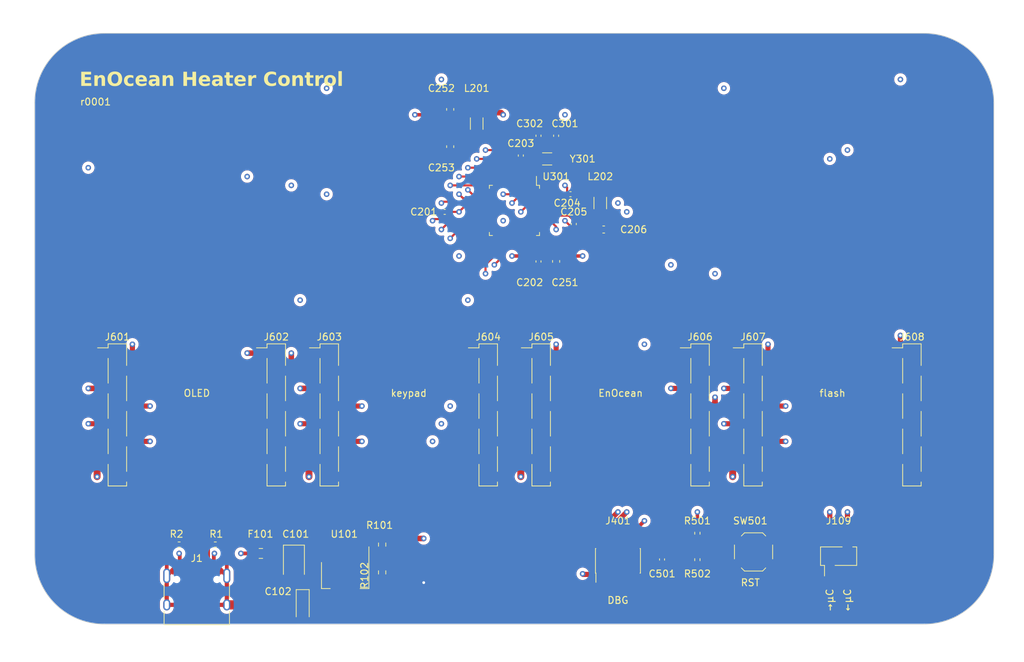
<source format=kicad_pcb>
(kicad_pcb (version 20221018) (generator pcbnew)
  (layers (0 "F.Cu" power "F.Cu.Gnd") (1 "In1.Cu" mixed "In1.Cu.SigPwr") (2 "In2.Cu" mixed "In2.Cu.SigPwr") (31 "B.Cu" power "B.Cu.Gnd") (34 "B.Paste" user) (35 "F.Paste" user) (36 "B.SilkS" user "B.Silkscreen") (37 "F.SilkS" user "F.Silkscreen") (38 "B.Mask" user) (39 "F.Mask" user) (44 "Edge.Cuts" user))
  (net 0 "")
  (net 1 "Net-(U101-VI)")
  (net 2 "/Power Supply/GND_{USB}")
  (net 3 "/Microcontroller/VDDIO1")
  (net 4 "/Microcontroller/VDDIO2")
  (net 5 "/Microcontroller/VDDANA")
  (net 6 "/Microcontroller/VDDIN")
  (net 7 "/Microcontroller/VDDCORE")
  (net 8 "/Microcontroller/GNDANA")
  (net 9 "/Microcontroller/Clock/MCUXIN")
  (net 10 "/Microcontroller/Clock/MCUXOUT")
  (net 11 "/~{RST}")
  (net 12 "/Power Supply/V_{USB}")
  (net 13 "Net-(J1-CC1)")
  (net 17 "Net-(J1-CC2)")
  (net 21 "/Microcontroller/DBG_UART_MCURX")
  (net 22 "/Microcontroller/DBG_UART_MCUTX")
  (net 23 "/Microcontroller/Debug/SWDIO")
  (net 24 "/Microcontroller/Debug/SWCLK")
  (net 29 "/GND")
  (net 30 "/OLED_~{CS}")
  (net 31 "/SCK")
  (net 32 "/CIPO")
  (net 33 "/COPI")
  (net 34 "/+3.3V")
  (net 35 "/OLED_D_~{C}")
  (net 36 "/OLED_EN")
  (net 44 "/KPAD_~{CS}")
  (net 59 "/ENO_P2C")
  (net 60 "/ENO_C2P")
  (net 65 "/FLASH_~{CS}")
  (net 66 "/FLASH_~{WP}")
  (net 73 "/Microcontroller/VSW")
  (net 74 "Net-(U101-ADJ)")
  (net 75 "Net-(R502-Pad2)")
  (footprint "Connector_PinHeader_1.27mm:PinHeader_2x05_P1.27mm_Vertical_SMD" (layer "F.Cu") (at 168.91 109.9 90)
    (fp_text reference "J401")
    (fp_text value "DBG")
  )
  (footprint "Capacitor_SMD:C_0402_1005Metric" (layer "F.Cu") (at 157.48 66.83 -90)
    (fp_text reference "C202")
    (fp_text value "100nF" hide)
  )
  (footprint "NetTie:NetTie-2_SMD_Pad0.5mm" (layer "F.Cu") (at 166.87 64.77)
    (fp_text reference "NT204" hide)
    (fp_text value "NetTie_2" hide)
  )
  (footprint "Resistor_SMD:R_0402_1005Metric" (layer "F.Cu") (at 180.34 109.73 -90)
    (fp_text reference "R502")
    (fp_text value "330Ω" hide)
  )
  (footprint "Inductor_SMD:L_1206_3216Metric" (layer "F.Cu") (at 166.37 58.42 90)
    (fp_text reference "L202")
    (fp_text value "10µH" hide)
  )
  (footprint "Crystal:Crystal_SMD_3215-2Pin_3.2x1.5mm" (layer "F.Cu") (at 158.73 52.07 180)
    (fp_text reference "Y301")
    (fp_text value "32768Hz" hide)
  )
  (footprint "Connector_PinHeader_2.54mm:PinHeader_1x08_P2.54mm_Vertical_SMD_Pin1Left" (layer "F.Cu") (at 180.725 88.9)
    (fp_text reference "J606")
    (fp_text value "Conn_01x08")
  )
  (footprint "Button_Switch_SMD_Custom:SW_Push_1P1T_XKB_TS-1187A" (layer "F.Cu") (at 188.42 108.615)
    (fp_text reference "SW501")
    (fp_text value "RST")
  )
  (footprint "NetTie:NetTie-2_SMD_Pad0.5mm" (layer "F.Cu") (at 155.44 66.04 180)
    (fp_text reference "NT202" hide)
    (fp_text value "NetTie_2" hide)
  )
  (footprint "Capacitor_SMD:C_0603_1608Metric" (layer "F.Cu") (at 160.02 66.815 -90)
    (fp_text reference "C251")
    (fp_text value "10µF" hide)
  )
  (footprint "Connector_PinHeader_2.54mm:PinHeader_1x08_P2.54mm_Vertical_SMD_Pin1Left" (layer "F.Cu") (at 96.9 88.9)
    (fp_text reference "J601")
    (fp_text value "Conn_01x08")
  )
  (footprint "Resistor_SMD:R_0402_1005Metric" (layer "F.Cu") (at 105.78 107.56 180)
    (fp_text reference "R2")
    (fp_text value "5.1kΩ" hide)
  )
  (footprint "Capacitor_SMD:C_0402_1005Metric" (layer "F.Cu") (at 154.94 51.59 90)
    (fp_text reference "C203")
    (fp_text value "100nF" hide)
  )
  (footprint "Capacitor_SMD:C_0603_1608Metric" (layer "F.Cu") (at 144.78 44.945 90)
    (fp_text reference "C252")
    (fp_text value "10µF" hide)
  )
  (footprint "Connector_PinHeader_2.54mm:PinHeader_1x08_P2.54mm_Vertical_SMD_Pin1Left" (layer "F.Cu") (at 127.385 88.9)
    (fp_text reference "J603")
    (fp_text value "Conn_01x08")
  )
  (footprint "NetTie:NetTie-2_SMD_Pad0.5mm" (layer "F.Cu") (at 141.74 45.72 180)
    (fp_text reference "NT203" hide)
    (fp_text value "NetTie_2" hide)
  )
  (footprint "Fuse:Fuse_0805_2012Metric" (layer "F.Cu") (at 117.5425 108.83)
    (fp_text reference "F101")
    (fp_text value "500mA" hide)
  )
  (footprint "Capacitor_SMD:C_0402_1005Metric" (layer "F.Cu") (at 162.08 57.15)
    (fp_text reference "C204")
    (fp_text value "100nF" hide)
  )
  (footprint "Capacitor_SMD:C_0402_1005Metric" (layer "F.Cu") (at 157.48 48.74 -90)
    (fp_text reference "C302")
    (fp_text value "22pF" hide)
  )
  (footprint "NetTie:NetTie-2_SMD_Pad0.5mm" (layer "F.Cu") (at 138.165 112.64)
    (fp_text reference "NT101" hide)
    (fp_text value "NetTie_2" hide)
  )
  (footprint "Capacitor_SMD:C_0402_1005Metric" (layer "F.Cu") (at 143.99 59.69 180)
    (fp_text reference "C201")
    (fp_text value "100nF" hide)
  )
  (footprint "Resistor_SMD:R_0603_1608Metric" (layer "F.Cu") (at 134.99 107.56 -90)
    (fp_text reference "R101")
    (fp_text value "330Ω" hide)
  )
  (footprint "Connector_PinHeader_2.54mm:PinHeader_1x02_P2.54mm_Vertical_SMD_Pin1Left" (layer "F.Cu") (at 200.66 109.22 90)
    (fp_text reference "J109")
    (fp_text value "DBG_UART" hide)
  )
  (footprint "Capacitor_SMD:C_0402_1005Metric" (layer "F.Cu") (at 175.26 109.7 90)
    (fp_text reference "C501")
    (fp_text value "100nF" hide)
  )
  (footprint "Connector_PinHeader_2.54mm:PinHeader_1x08_P2.54mm_Vertical_SMD_Pin1Left" (layer "F.Cu") (at 119.76 88.9)
    (fp_text reference "J602")
    (fp_text value "Conn_01x08")
  )
  (footprint "Capacitor_Tantalum_SMD:CP_EIA-3528-21_Kemet-B" (layer "F.Cu") (at 122.29 110.1 -90)
    (fp_text reference "C101")
    (fp_text value "100µF" hide)
  )
  (footprint "Inductor_SMD:L_1206_3216Metric" (layer "F.Cu") (at 148.59 46.99 -90)
    (fp_text reference "L201")
    (fp_text value "10µH" hide)
  )
  (footprint "Capacitor_SMD:C_0603_1608Metric" (layer "F.Cu") (at 144.78 50.305 -90)
    (fp_text reference "C253")
    (fp_text value "10µF" hide)
  )
  (footprint "Capacitor_Tantalum_SMD:CP_EIA-3216-18_Kemet-A" (layer "F.Cu") (at 123.56 116.35 -90)
    (fp_text reference "C102")
    (fp_text value "10µF" hide)
  )
  (footprint "Resistor_SMD:R_0402_1005Metric" (layer "F.Cu") (at 180.34 105.92 90)
    (fp_text reference "R501")
    (fp_text value "2.2kΩ" hide)
  )
  (footprint "Connector_USB:USB_C_Receptacle_HRO_TYPE-C-31-M-12" (layer "F.Cu") (at 108.32 115.18)
    (fp_text reference "J1")
    (fp_text value "USB_C_Receptacle_PowerOnly_6P" hide)
  )
  (footprint "Capacitor_SMD:C_0402_1005Metric" (layer "F.Cu") (at 160.02 48.74 90)
    (fp_text reference "C301")
    (fp_text value "22pF" hide)
  )
  (footprint "Resistor_SMD:R_0603_1608Metric" (layer "F.Cu") (at 134.99 111.56 -90)
    (fp_text reference "R102")
    (fp_text value "560Ω" hide)
  )
  (footprint "Capacitor_SMD:C_0603_1608Metric" (layer "F.Cu") (at 166.865 62.23)
    (fp_text reference "C206")
    (fp_text value "1µF" hide)
  )
  (footprint "Connector_PinHeader_2.54mm:PinHeader_1x08_P2.54mm_Vertical_SMD_Pin1Left" (layer "F.Cu") (at 150.245 88.9)
    (fp_text reference "J604")
    (fp_text value "Conn_01x08")
  )
  (footprint "Connector_PinHeader_2.54mm:PinHeader_1x08_P2.54mm_Vertical_SMD_Pin1Left" (layer "F.Cu") (at 211.205 88.9)
    (fp_text reference "J608")
    (fp_text value "Conn_01x08")
  )
  (footprint "Connector_PinHeader_2.54mm:PinHeader_1x08_P2.54mm_Vertical_SMD_Pin1Left" (layer "F.Cu") (at 157.865 88.9)
    (fp_text reference "J605")
    (fp_text value "Conn_01x08")
  )
  (footprint "Package_TO_SOT_SMD:SOT-223-3_TabPin2" (layer "F.Cu") (at 129.67 111.98 -90)
    (fp_text reference "U101")
    (fp_text value "LM317AEMP" hide)
  )
  (footprint "Package_QFP:TQFP-48_7x7mm_P0.5mm" (layer "F.Cu") (at 154.0225 59.48 -90)
    (fp_text reference "U301")
    (fp_text value "ATSAML21G18B-AUT" hide)
  )
  (footprint "Capacitor_SMD:C_0402_1005Metric" (layer "F.Cu") (at 162.56 61.44 -90)
    (fp_text reference "C205")
    (fp_text value "100nF" hide)
  )
  (footprint "Connector_PinHeader_2.54mm:PinHeader_1x08_P2.54mm_Vertical_SMD_Pin1Left" (layer "F.Cu") (at 188.345 88.9)
    (fp_text reference "J607")
    (fp_text value "Conn_01x08")
  )
  (footprint "Resistor_SMD:R_0402_1005Metric" (layer "F.Cu") (at 110.985 107.56)
    (fp_text reference "R1")
    (fp_text value "5.1kΩ" hide)
  )
  (footprint "NetTie:NetTie-2_SMD_Pad0.5mm" (layer "F.Cu") (at 161.79 66.04)
    (fp_text reference "NT201" hide)
    (fp_text value "NetTie_2" hide)
  )
  (gr_arc (start 213 34.000002) (mid 220.071067 36.928934) (end 223 44.000002) (stroke (width 0.1)) (layer "Edge.Cuts"))
  (gr_arc (start 85.000002 44) (mid 87.928934 36.928933) (end 95.000002 34) (stroke (width 0.1)) (layer "Edge.Cuts"))
  (gr_arc (start 95 119) (mid 87.928933 116.071068) (end 85 109) (stroke (width 0.1)) (layer "Edge.Cuts"))
  (gr_arc (start 223 109) (mid 220.071068 116.071067) (end 213 119) (stroke (width 0.1)) (layer "Edge.Cuts"))
  (gr_line (start 85.000002 44) (end 85 109) (stroke (width 0.1)) (layer "Edge.Cuts"))
  (gr_line (start 95.000002 34) (end 213 34.000002) (stroke (width 0.1)) (layer "Edge.Cuts"))
  (gr_line (start 223 44.000002) (end 222.999998 109.000002) (stroke (width 0.1)) (layer "Edge.Cuts"))
  (gr_line (start 213 119) (end 95 119) (stroke (width 0.1)) (layer "Edge.Cuts"))
  (gr_text "←µC" (at 201.93 115.57 90) (layer "F.SilkS") (effects (font (size 1 1))))
  (gr_text "EnOcean" (at 169.295 86.36) (layer "F.SilkS") (effects (font (size 1 1)) (justify bottom)))
  (gr_text "keypad" (at 138.815 86.36) (layer "F.SilkS") (effects (font (size 1 1)) (justify bottom)))
  (gr_text "OLED" (at 108.33 86.36) (layer "F.SilkS") (effects (font (size 1 1)) (justify bottom)))
  (gr_text "→µC" (at 199.39 115.57 90) (layer "F.SilkS") (effects (font (size 1 1))))
  (gr_text "flash" (at 199.775 86.36) (layer "F.SilkS") (effects (font (size 1 1)) (justify bottom)))
  (gr_text "EnOcean Heater Control" (at 91.44 41.91) (layer "F.SilkS") (effects (font (size 2 2) (thickness 0.2) bold) (justify left bottom)))
  (gr_text "r0001" (at 91.44 44.45) (layer "F.SilkS") (effects (font (size 1 1)) (justify left bottom)))
  (segment (start 122.29 108.5625) (end 118.7475 108.5625) (width 0.975) (layer "F.Cu") (net 1))
  (segment (start 122.29 108.5625) (end 127.1025 108.5625) (width 0.975) (layer "F.Cu") (net 1))
  (segment (start 127.1025 108.5625) (end 127.37 108.83) (width 0.975) (layer "F.Cu") (net 1))
  (segment (start 118.7475 108.5625) (end 118.48 108.83) (width 0.975) (layer "F.Cu") (net 1))
  (segment (start 111.725 111.135) (end 112.64 112.05) (width 0.6) (layer "F.Cu") (net 2))
  (segment (start 104 112.05) (end 104 116.23) (width 0.6) (layer "F.Cu") (net 2))
  (segment (start 105.07 111.135) (end 104.915 111.135) (width 0.6) (layer "F.Cu") (net 2))
  (segment (start 112.64 116.23) (end 112.64 112.05) (width 0.6) (layer "F.Cu") (net 2))
  (segment (start 123.24 117.7) (end 123.56 117.7) (width 1.325) (layer "F.Cu") (net 2))
  (segment (start 121.77 116.23) (end 112.64 116.23) (width 1.325) (layer "F.Cu") (net 2))
  (segment (start 123.56 117.7) (end 123.56 117.56) (width 1.325) (layer "F.Cu") (net 2))
  (segment (start 121.77 116.23) (end 123.24 117.7) (width 1.325) (layer "F.Cu") (net 2))
  (segment (start 133.76 117.7) (end 134.99 116.47) (width 0.8) (layer "F.Cu") (net 2))
  (segment (start 104 116.23) (end 112.64 116.23) (width 0.6) (layer "F.Cu") (net 2))
  (segment (start 135.245 112.64) (end 134.99 112.385) (width 0.5) (layer "F.Cu") (net 2))
  (segment (start 112.64 108.705) (end 112.64 112.05) (width 0.54) (layer "F.Cu") (net 2))
  (segment (start 121.77 112.1575) (end 121.77 116.23) (width 1.325) (layer "F.Cu") (net 2))
  (segment (start 123.56 117.7) (end 133.76 117.7) (width 0.8) (layer "F.Cu") (net 2))
  (segment (start 105.27 107.56) (end 104 108.83) (width 0.54) (layer "F.Cu") (net 2))
  (segment (start 111.495 107.56) (end 112.64 108.705) (width 0.54) (layer "F.Cu") (net 2))
  (segment (start 134.99 116.47) (end 134.99 112.385) (width 0.8) (layer "F.Cu") (net 2))
  (segment (start 122.29 111.6375) (end 121.77 112.1575) (width 1.325) (layer "F.Cu") (net 2))
  (segment (start 104 108.83) (end 104 112.05) (width 0.54) (layer "F.Cu") (net 2))
  (segment (start 137.665 112.64) (end 135.245 112.64) (width 0.5) (layer "F.Cu") (net 2))
  (segment (start 111.57 111.135) (end 111.725 111.135) (width 0.6) (layer "F.Cu") (net 2))
  (segment (start 104.915 111.135) (end 104 112.05) (width 0.6) (layer "F.Cu") (net 2))
  (segment (start 144.47 59.69) (end 146.05 59.69) (width 0.3) (layer "F.Cu") (net 3))
  (segment (start 154.94 66.04) (end 153.67 66.04) (width 0.5) (layer "F.Cu") (net 3))
  (segment (start 149.86 58.73) (end 147.01 58.73) (width 0.3) (layer "F.Cu") (net 3))
  (segment (start 147.01 58.73) (end 146.05 59.69) (width 0.3) (layer "F.Cu") (net 3))
  (via (at 146.05 59.69) (size 0.8) (drill 0.4) (layers "F.Cu" "B.Cu") (net 3))
  (via (at 146.05 66.04) (size 0.8) (drill 0.4) (layers "F.Cu" "B.Cu") (net 3))
  (via (at 153.67 66.04) (size 0.8) (drill 0.4) (layers "F.Cu" "B.Cu") (net 3))
  (segment (start 156.7725 65.6425) (end 156.7725 63.6425) (width 0.3) (layer "F.Cu") (net 4))
  (segment (start 155.94 66.04) (end 156.375 66.04) (width 0.3) (layer "F.Cu") (net 4))
  (segment (start 161.29 66.04) (end 160.02 66.04) (width 0.5) (layer "F.Cu") (net 4))
  (segment (start 156.375 66.04) (end 156.7725 65.6425) (width 0.3) (layer "F.Cu") (net 4))
  (segment (start 159.71 66.35) (end 157.48 66.35) (width 0.54) (layer "F.Cu") (net 4))
  (segment (start 160.02 66.04) (end 159.71 66.35) (width 0.54) (layer "F.Cu") (net 4))
  (segment (start 157.48 66.35) (end 156.7725 65.6425) (width 0.3) (layer "F.Cu") (net 4))
  (segment (start 145.745 48.565) (end 144.78 49.53) (width 0.74) (layer "F.Cu") (net 5))
  (segment (start 150.1 48.565) (end 148.59 48.565) (width 0.3) (layer "F.Cu") (net 5))
  (segment (start 154.2725 55.3175) (end 154.2725 52.7375) (width 0.3) (layer "F.Cu") (net 5))
  (segment (start 154.2725 52.7375) (end 154.94 52.07) (width 0.3) (layer "F.Cu") (net 5))
  (segment (start 154.2725 52.7375) (end 150.1 48.565) (width 0.3) (layer "F.Cu") (net 5))
  (segment (start 148.59 48.565) (end 145.745 48.565) (width 0.74) (layer "F.Cu") (net 5))
  (segment (start 148.59 45.415) (end 145.085 45.415) (width 0.8) (layer "F.Cu") (net 6))
  (segment (start 161.29 55.88) (end 161.6 56.19) (width 0.3) (layer "F.Cu") (net 6))
  (segment (start 145.085 45.415) (end 144.78 45.72) (width 0.8) (layer "F.Cu") (net 6))
  (segment (start 142.24 45.72) (end 144.78 45.72) (width 0.5) (layer "F.Cu") (net 6))
  (segment (start 161.6 56.19) (end 161.6 58.42) (width 0.3) (layer "F.Cu") (net 6))
  (segment (start 161.29 58.73) (end 158.185 58.73) (width 0.3) (layer "F.Cu") (net 6))
  (segment (start 152.095 45.415) (end 152.4 45.72) (width 0.8) (layer "F.Cu") (net 6))
  (segment (start 161.6 58.42) (end 161.29 58.73) (width 0.3) (layer "F.Cu") (net 6))
  (segment (start 148.59 45.415) (end 152.095 45.415) (width 0.8) (layer "F.Cu") (net 6))
  (via (at 161.29 45.72) (size 0.8) (drill 0.4) (layers "F.Cu" "B.Cu") (net 6))
  (via (at 152.4 45.72) (size 0.8) (drill 0.4) (layers "F.Cu" "B.Cu") (net 6))
  (via (at 161.29 55.88) (size 0.8) (drill 0.4) (layers "F.Cu" "B.Cu") (net 6))
  (segment (start 161.83 60.23) (end 158.185 60.23) (width 0.3) (layer "F.Cu") (net 7))
  (segment (start 166.135 60.23) (end 161.83 60.23) (width 0.3) (layer "F.Cu") (net 7))
  (segment (start 162.56 60.96) (end 163.83 62.23) (width 0.3) (layer "F.Cu") (net 7))
  (segment (start 163.83 62.23) (end 166.09 62.23) (width 0.3) (layer "F.Cu") (net 7))
  (segment (start 162.56 60.96) (end 161.83 60.23) (width 0.3) (layer "F.Cu") (net 7))
  (segment (start 161.29 60.96) (end 162.25 61.92) (width 0.3) (layer "F.Cu") (net 8))
  (segment (start 152.4 57.15) (end 153.67 57.15) (width 0.3) (layer "F.Cu") (net 8))
  (segment (start 162.56 61.92) (end 165.41 64.77) (width 0.5) (layer "F.Cu") (net 8))
  (segment (start 153.67 57.15) (end 154.7725 56.0475) (width 0.3) (layer "F.Cu") (net 8))
  (segment (start 162.25 61.92) (end 162.56 61.92) (width 0.3) (layer "F.Cu") (net 8))
  (segment (start 154.7725 56.0475) (end 154.7725 55.3175) (width 0.3) (layer "F.Cu") (net 8))
  (segment (start 165.41 64.77) (end 166.37 64.77) (width 0.5) (layer "F.Cu") (net 8))
  (via (at 152.4 57.15) (size 0.8) (drill 0.4) (layers "F.Cu" "B.Cu") (net 8))
  (via (at 161.29 60.96) (size 0.8) (drill 0.4) (layers "F.Cu" "B.Cu") (net 8))
  (via (at 152.4 60.96) (size 0.8) (drill 0.4) (layers "F.Cu" "B.Cu") (net 8))
  (segment (start 159.98 52.07) (end 159.98 49.26) (width 0.54) (layer "F.Cu") (net 9))
  (segment (start 159.98 52.11) (end 159.98 52.07) (width 0.3) (layer "F.Cu") (net 9))
  (segment (start 156.7725 55.3175) (end 159.98 52.11) (width 0.3) (layer "F.Cu") (net 9))
  (segment (start 156.2725 55.3175) (end 156.2725 54.61) (width 0.3) (layer "F.Cu") (net 10))
  (segment (start 157.48 52.07) (end 157.48 49.22) (width 0.54) (layer "F.Cu") (net 10))
  (segment (start 156.2725 55.3175) (end 156.2725 53.2775) (width 0.3) (layer "F.Cu") (net 10))
  (segment (start 156.2725 53.2775) (end 157.48 52.07) (width 0.3) (layer "F.Cu") (net 10))
  (segment (start 172.72 109.22) (end 171.45 107.95) (width 0.54) (layer "F.Cu") (net 11))
  (segment (start 99.06 82.045) (end 99.06 78.74) (width 0.74) (layer "F.Cu") (net 11))
  (segment (start 98.555 82.55) (end 99.06 82.045) (width 0.74) (layer "F.Cu") (net 11))
  (segment (start 159.52 82.55) (end 160.02 82.05) (width 0.74) (layer "F.Cu") (net 11))
  (segment (start 171.45 107.95) (end 171.45 105.41) (width 0.54) (layer "F.Cu") (net 11))
  (segment (start 175.26 109.22) (end 172.72 109.22) (width 0.54) (layer "F.Cu") (net 11))
  (segment (start 180.34 109.22) (end 180.34 106.43) (width 0.54) (layer "F.Cu") (net 11))
  (segment (start 180.34 109.22) (end 175.26 109.22) (width 0.54) (layer "F.Cu") (net 11))
  (segment (start 158.9225 60.73) (end 160.02 61.8275) (width 0.3) (layer "F.Cu") (net 11))
  (segment (start 190.5 82.05) (end 190.5 78.74) (width 0.74) (layer "F.Cu") (net 11))
  (segment (start 160.02 61.8275) (end 160.02 62.23) (width 0.3) (layer "F.Cu") (net 11))
  (segment (start 160.02 82.05) (end 160.02 78.74) (width 0.74) (layer "F.Cu") (net 11))
  (segment (start 158.185 60.73) (end 158.9225 60.73) (width 0.3) (layer "F.Cu") (net 11))
  (segment (start 190 82.55) (end 190.5 82.05) (width 0.74) (layer "F.Cu") (net 11))
  (segment (start 171.45 105.41) (end 172.72 104.14) (width 0.54) (layer "F.Cu") (net 11))
  (via (at 99.06 78.74) (size 0.8) (drill 0.4) (layers "F.Cu" "B.Cu") (net 11))
  (via (at 172.72 104.14) (size 0.8) (drill 0.4) (layers "F.Cu" "B.Cu") (net 11))
  (via (at 190.5 78.74) (size 0.8) (drill 0.4) (layers "F.Cu" "B.Cu") (net 11))
  (via (at 160.02 78.74) (size 0.8) (drill 0.4) (layers "F.Cu" "B.Cu") (net 11))
  (via (at 160.02 62.23) (size 0.8) (drill 0.4) (layers "F.Cu" "B.Cu") (net 11))
  (via (at 172.72 78.74) (size 0.8) (drill 0.4) (layers "F.Cu" "B.Cu") (net 11))
  (segment (start 110.77 108.92) (end 110.86 108.83) (width 0.54) (layer "F.Cu") (net 12))
  (segment (start 105.87 108.92) (end 105.78 108.83) (width 0.54) (layer "F.Cu") (net 12))
  (segment (start 110.77 111.135) (end 110.77 108.92) (width 0.54) (layer "F.Cu") (net 12))
  (segment (start 105.87 111.135) (end 105.87 108.92) (width 0.54) (layer "F.Cu") (net 12))
  (segment (start 114.67 108.83) (end 116.605 108.83) (width 0.54) (layer "F.Cu") (net 12))
  (via (at 110.86 108.83) (size 0.8) (drill 0.4) (layers "F.Cu" "B.Cu") (net 12))
  (via (at 114.67 108.83) (size 0.8) (drill 0.4) (layers "F.Cu" "B.Cu") (net 12))
  (via (at 105.78 108.83) (size 0.8) (drill 0.4) (layers "F.Cu" "B.Cu") (net 12))
  (segment (start 107.07 108.34) (end 107.07 111.135) (width 0.3) (layer "F.Cu") (net 13))
  (segment (start 106.29 107.56) (end 107.07 108.34) (width 0.3) (layer "F.Cu") (net 13))
  (segment (start 110.07 107.965) (end 110.07 111.135) (width 0.3) (layer "F.Cu") (net 17))
  (segment (start 110.475 107.56) (end 110.07 107.965) (width 0.3) (layer "F.Cu") (net 17))
  (segment (start 151.13 52.07) (end 148.59 52.07) (width 0.3) (layer "F.Cu") (net 21))
  (segment (start 152.2725 55.3175) (end 152.2725 53.2125) (width 0.3) (layer "F.Cu") (net 21))
  (segment (start 199.39 110.875) (end 199.39 102.87) (width 0.74) (layer "F.Cu") (net 21))
  (segment (start 152.2725 53.2125) (end 151.13 52.07) (width 0.3) (layer "F.Cu") (net 21))
  (via (at 199.39 102.87) (size 0.8) (drill 0.4) (layers "F.Cu" "B.Cu") (net 21))
  (via (at 199.39 52.07) (size 0.8) (drill 0.4) (layers "F.Cu" "B.Cu") (net 21))
  (via (at 148.59 52.07) (size 0.8) (drill 0.4) (layers "F.Cu" "B.Cu") (net 21))
  (segment (start 201.93 107.565) (end 201.93 102.87) (width 0.74) (layer "F.Cu") (net 22))
  (segment (start 151.13 50.8) (end 149.86 50.8) (width 0.3) (layer "F.Cu") (net 22))
  (segment (start 152.7725 52.4425) (end 151.13 50.8) (width 0.3) (layer "F.Cu") (net 22))
  (segment (start 152.7725 55.3175) (end 152.7725 52.4425) (width 0.3) (layer "F.Cu") (net 22))
  (via (at 201.93 102.87) (size 0.8) (drill 0.4) (layers "F.Cu" "B.Cu") (net 22))
  (via (at 201.93 50.8) (size 0.8) (drill 0.4) (layers "F.Cu" "B.Cu") (net 22))
  (via (at 149.86 50.8) (size 0.8) (drill 0.4) (layers "F.Cu" "B.Cu") (net 22))
  (segment (start 154.36 57.73) (end 158.185 57.73) (width 0.3) (layer "F.Cu") (net 23))
  (segment (start 153.67 58.42) (end 154.36 57.73) (width 0.3) (layer "F.Cu") (net 23))
  (segment (start 166.37 107.95) (end 166.37 105.41) (width 0.74) (layer "F.Cu") (net 23))
  (segment (start 166.37 105.41) (end 168.91 102.87) (width 0.74) (layer "F.Cu") (net 23))
  (via (at 168.91 58.42) (size 0.8) (drill 0.4) (layers "F.Cu" "B.Cu") (net 23))
  (via (at 153.67 58.42) (size 0.8) (drill 0.4) (layers "F.Cu" "B.Cu") (net 23))
  (via (at 168.91 102.87) (size 0.8) (drill 0.4) (layers "F.Cu" "B.Cu") (net 23))
  (segment (start 158.185 58.23) (end 156.4 58.23) (width 0.3) (layer "F.Cu") (net 24))
  (segment (start 156.4 58.23) (end 154.94 59.69) (width 0.3) (layer "F.Cu") (net 24))
  (segment (start 167.64 107.95) (end 167.64 105.41) (width 0.74) (layer "F.Cu") (net 24))
  (segment (start 167.64 105.41) (end 170.18 102.87) (width 0.74) (layer "F.Cu") (net 24))
  (via (at 154.94 59.69) (size 0.8) (drill 0.4) (layers "F.Cu" "B.Cu") (net 24))
  (via (at 170.18 102.87) (size 0.8) (drill 0.4) (layers "F.Cu" "B.Cu") (net 24))
  (via (at 170.18 59.69) (size 0.8) (drill 0.4) (layers "F.Cu" "B.Cu") (net 24))
  (segment (start 143.51 59.69) (end 140.97 59.69) (width 0.54) (layer "F.Cu") (net 29))
  (segment (start 155.7725 55.3175) (end 155.7725 54.1725) (width 0.3) (layer "F.Cu") (net 29))
  (segment (start 158.185 57.23) (end 159.94 57.23) (width 0.3) (layer "F.Cu") (net 29))
  (segment (start 155.2725 55.3175) (end 155.2725 57.04) (width 0.3) (layer "F.Cu") (net 29))
  (segment (start 158.185 57.23) (end 156.29 57.23) (width 0.3) (layer "F.Cu") (net 29))
  (segment (start 151.94 59.23) (end 149.86 59.23) (width 0.3) (layer "F.Cu") (net 29))
  (segment (start 156.2725 63.6425) (end 156.2725 64.7075) (width 0.3) (layer "F.Cu") (net 29))
  (segment (start 155.2725 55.3175) (end 155.2725 53.6725) (width 0.3) (layer "F.Cu") (net 29))
  (segment (start 156.2725 63.6425) (end 156.2725 62.2925) (width 0.3) (layer "F.Cu") (net 29))
  (segment (start 158.185 59.73) (end 156.25 59.73) (width 0.3) (layer "F.Cu") (net 29))
  (segment (start 155.7725 55.3175) (end 155.7725 56.7125) (width 0.3) (layer "F.Cu") (net 29))
  (via (at 140.97 113.03) (size 0.8) (drill 0.4) (layers "F.Cu" "B.Cu") (net 29))
  (segment (start 151.7725 53.9825) (end 151.13 53.34) (width 0.3) (layer "F.Cu") (net 30))
  (segment (start 151.13 53.34) (end 147.32 53.34) (width 0.3) (layer "F.Cu") (net 30))
  (segment (start 92.71 85.09) (end 95.245 85.09) (width 0.8) (layer "F.Cu") (net 30))
  (segment (start 151.7725 55.3175) (end 151.7725 53.9825) (width 0.3) (layer "F.Cu") (net 30))
  (via (at 147.32 53.34) (size 0.8) (drill 0.4) (layers "F.Cu" "B.Cu") (net 30))
  (via (at 92.71 85.09) (size 0.8) (drill 0.4) (layers "F.Cu" "B.Cu") (net 30))
  (via (at 92.71 53.34) (size 0.8) (drill 0.4) (layers "F.Cu" "B.Cu") (net 30))
  (segment (start 132.08 87.63) (end 129.04 87.63) (width 0.74) (layer "F.Cu") (net 31))
  (segment (start 190 87.63) (end 193.04 87.63) (width 0.74) (layer "F.Cu") (net 31))
  (segment (start 146.55 61.73) (end 149.86 61.73) (width 0.3) (layer "F.Cu") (net 31))
  (segment (start 144.78 63.5) (end 146.55 61.73) (width 0.3) (layer "F.Cu") (net 31))
  (segment (start 98.555 87.63) (end 101.6 87.63) (width 0.74) (layer "F.Cu") (net 31))
  (via (at 144.78 87.63) (size 0.8) (drill 0.4) (layers "F.Cu" "B.Cu") (net 31))
  (via (at 193.04 87.63) (size 0.8) (drill 0.4) (layers "F.Cu" "B.Cu") (net 31))
  (via (at 132.08 87.63) (size 0.8) (drill 0.4) (layers "F.Cu" "B.Cu") (net 31))
  (via (at 144.78 63.5) (size 0.8) (drill 0.4) (layers "F.Cu" "B.Cu") (net 31))
  (via (at 101.6 87.63) (size 0.8) (drill 0.4) (layers "F.Cu" "B.Cu") (net 31))
  (segment (start 125.73 90.17) (end 123.19 90.17) (width 0.74) (layer "F.Cu") (net 32))
  (segment (start 143.51 62.23) (end 144.51 61.23) (width 0.3) (layer "F.Cu") (net 32))
  (segment (start 144.51 61.23) (end 149.86 61.23) (width 0.3) (layer "F.Cu") (net 32))
  (segment (start 95.245 90.17) (end 92.71 90.17) (width 0.74) (layer "F.Cu") (net 32))
  (segment (start 186.69 90.17) (end 184.15 90.17) (width 0.74) (layer "F.Cu") (net 32))
  (via (at 123.19 90.17) (size 0.8) (drill 0.4) (layers "F.Cu" "B.Cu") (net 32))
  (via (at 143.51 62.23) (size 0.8) (drill 0.4) (layers "F.Cu" "B.Cu") (net 32))
  (via (at 143.51 90.17) (size 0.8) (drill 0.4) (layers "F.Cu" "B.Cu") (net 32))
  (via (at 184.15 90.17) (size 0.8) (drill 0.4) (layers "F.Cu" "B.Cu") (net 32))
  (via (at 92.71 90.17) (size 0.8) (drill 0.4) (layers "F.Cu" "B.Cu") (net 32))
  (segment (start 142.47 60.73) (end 149.86 60.73) (width 0.3) (layer "F.Cu") (net 33))
  (segment (start 132.08 92.71) (end 129.04 92.71) (width 0.74) (layer "F.Cu") (net 33))
  (segment (start 190 92.71) (end 193.04 92.71) (width 0.74) (layer "F.Cu") (net 33))
  (segment (start 98.555 92.71) (end 101.6 92.71) (width 0.74) (layer "F.Cu") (net 33))
  (segment (start 142.24 60.96) (end 142.47 60.73) (width 0.3) (layer "F.Cu") (net 33))
  (via (at 142.24 60.96) (size 0.8) (drill 0.4) (layers "F.Cu" "B.Cu") (net 33))
  (via (at 193.04 92.71) (size 0.8) (drill 0.4) (layers "F.Cu" "B.Cu") (net 33))
  (via (at 142.24 92.71) (size 0.8) (drill 0.4) (layers "F.Cu" "B.Cu") (net 33))
  (via (at 132.08 92.71) (size 0.8) (drill 0.4) (layers "F.Cu" "B.Cu") (net 33))
  (via (at 101.6 92.71) (size 0.8) (drill 0.4) (layers "F.Cu" "B.Cu") (net 33))
  (segment (start 129.67 107.83) (end 129.67 108.83) (width 0.8) (layer "F.Cu") (net 34))
  (segment (start 95.245 95.25) (end 93.98 96.515) (width 1) (layer "F.Cu") (net 34))
  (segment (start 163.83 66.04) (end 162.29 66.04) (width 0.5) (layer "F.Cu") (net 34))
  (segment (start 124.46 96.52) (end 124.46 97.79) (width 1) (layer "F.Cu") (net 34))
  (segment (start 140.97 106.68) (end 135.045 106.68) (width 0.8) (layer "F.Cu") (net 34))
  (segment (start 123.56 115) (end 129.54 115) (width 1.325) (layer "F.Cu") (net 34))
  (segment (start 185.42 96.52) (end 185.42 97.79) (width 1) (layer "F.Cu") (net 34))
  (segment (start 141.24 45.72) (end 139.7 45.72) (width 0.5) (layer "F.Cu") (net 34))
  (segment (start 163.92 111.85) (end 163.83 111.76) (width 0.74) (layer "F.Cu") (net 34))
  (segment (start 130.765 106.735) (end 129.67 107.83) (width 0.8) (layer "F.Cu") (net 34))
  (segment (start 186.69 95.25) (end 185.42 96.52) (width 1) (layer "F.Cu") (net 34))
  (segment (start 129.67 108.83) (end 129.67 115.13) (width 1.5) (layer "F.Cu") (net 34))
  (segment (start 134.99 106.735) (end 130.765 106.735) (width 0.8) (layer "F.Cu") (net 34))
  (segment (start 93.98 96.515) (end 93.98 97.79) (width 1) (layer "F.Cu") (net 34))
  (segment (start 166.37 111.85) (end 163.92 111.85) (width 0.74) (layer "F.Cu") (net 34))
  (segment (start 180.34 105.41) (end 180.34 102.87) (width 0.5) (layer "F.Cu") (net 34))
  (segment (start 156.21 95.25) (end 154.94 96.52) (width 1) (layer "F.Cu") (net 34))
  (segment (start 154.94 96.52) (end 154.94 97.79) (width 1) (layer "F.Cu") (net 34))
  (segment (start 125.73 95.25) (end 124.46 96.52) (width 1) (layer "F.Cu") (net 34))
  (via (at 163.83 66.04) (size 0.8) (drill 0.4) (layers "F.Cu" "B.Cu") (net 34))
  (via (at 139.7 45.72) (size 0.8) (drill 0.4) (layers "F.Cu" "B.Cu") (net 34))
  (via (at 163.83 111.76) (size 0.8) (drill 0.4) (layers "F.Cu" "B.Cu") (net 34))
  (via (at 93.98 97.79) (size 0.8) (drill 0.4) (layers "F.Cu" "B.Cu") (net 34))
  (via (at 140.97 106.68) (size 0.8) (drill 0.4) (layers "F.Cu" "B.Cu") (net 34))
  (via (at 124.46 97.79) (size 0.8) (drill 0.4) (layers "F.Cu" "B.Cu") (net 34))
  (via (at 154.94 97.79) (size 0.8) (drill 0.4) (layers "F.Cu" "B.Cu") (net 34))
  (via (at 185.42 97.79) (size 0.8) (drill 0.4) (layers "F.Cu" "B.Cu") (net 34))
  (via (at 180.34 102.87) (size 0.8) (drill 0.4) (layers "F.Cu" "B.Cu") (net 34))
  (segment (start 118.105 80.01) (end 115.57 80.01) (width 0.8) (layer "F.Cu") (net 35))
  (segment (start 150.565 54.61) (end 146.05 54.61) (width 0.3) (layer "F.Cu") (net 35))
  (segment (start 151.2725 55.3175) (end 150.565 54.61) (width 0.3) (layer "F.Cu") (net 35))
  (via (at 146.05 54.61) (size 0.8) (drill 0.4) (layers "F.Cu" "B.Cu") (net 35))
  (via (at 115.57 54.61) (size 0.8) (drill 0.4) (layers "F.Cu" "B.Cu") (net 35))
  (via (at 115.57 80.01) (size 0.8) (drill 0.4) (layers "F.Cu" "B.Cu") (net 35))
  (segment (start 149.01 55.88) (end 144.78 55.88) (width 0.3) (layer "F.Cu") (net 36))
  (segment (start 149.86 56.73) (end 149.01 55.88) (width 0.3) (layer "F.Cu") (net 36))
  (segment (start 121.92 82.045) (end 121.92 80.01) (width 0.8) (layer "F.Cu") (net 36))
  (segment (start 121.415 82.55) (end 121.92 82.045) (width 0.8) (layer "F.Cu") (net 36))
  (via (at 144.78 55.88) (size 0.8) (drill 0.4) (layers "F.Cu" "B.Cu") (net 36))
  (via (at 121.92 80.01) (size 0.8) (drill 0.4) (layers "F.Cu" "B.Cu") (net 36))
  (via (at 121.92 55.88) (size 0.8) (drill 0.4) (layers "F.Cu" "B.Cu") (net 36))
  (segment (start 149.86 57.23) (end 148.0305 57.23) (width 0.3) (layer "F.Cu") (net 44))
  (segment (start 125.73 85.09) (end 123.19 85.09) (width 0.8) (layer "F.Cu") (net 44))
  (segment (start 148.0305 57.23) (end 147.32 56.5195) (width 0.3) (layer "F.Cu") (net 44))
  (via (at 147.32 72.39) (size 0.8) (drill 0.4) (layers "F.Cu" "B.Cu") (net 44))
  (via (at 123.19 72.39) (size 0.8) (drill 0.4) (layers "F.Cu" "B.Cu") (net 44))
  (via (at 147.32 56.5195) (size 0.8) (drill 0.4) (layers "F.Cu" "B.Cu") (net 44))
  (via (at 123.19 85.09) (size 0.8) (drill 0.4) (layers "F.Cu" "B.Cu") (net 44))
  (segment (start 151.7725 63.6425) (end 151.7725 66.6675) (width 0.3) (layer "F.Cu") (net 59))
  (segment (start 151.7725 66.6675) (end 151.13 67.31) (width 0.3) (layer "F.Cu") (net 59))
  (segment (start 179.07 85.09) (end 176.53 85.09) (width 0.74) (layer "F.Cu") (net 59))
  (via (at 176.53 85.09) (size 0.8) (drill 0.4) (layers "F.Cu" "B.Cu") (net 59))
  (via (at 151.13 67.31) (size 0.8) (drill 0.4) (layers "F.Cu" "B.Cu") (net 59))
  (via (at 176.53 67.31) (size 0.8) (drill 0.4) (layers "F.Cu" "B.Cu") (net 59))
  (segment (start 151.2725 63.6425) (end 151.2725 65.8975) (width 0.3) (layer "F.Cu") (net 60))
  (segment (start 182.38 87.63) (end 182.88 87.13) (width 0.8) (layer "F.Cu") (net 60))
  (segment (start 151.2725 65.8975) (end 149.86 67.31) (width 0.3) (layer "F.Cu") (net 60))
  (segment (start 149.86 67.31) (end 149.86 68.58) (width 0.3) (layer "F.Cu") (net 60))
  (segment (start 182.88 87.13) (end 182.88 86.36) (width 0.8) (layer "F.Cu") (net 60))
  (via (at 149.86 68.58) (size 0.8) (drill 0.4) (layers "F.Cu" "B.Cu") (net 60))
  (via (at 182.88 68.58) (size 0.8) (drill 0.4) (layers "F.Cu" "B.Cu") (net 60))
  (via (at 182.88 86.36) (size 0.8) (drill 0.4) (layers "F.Cu" "B.Cu") (net 60))
  (segment (start 146.63 57.73) (end 149.86 57.73) (width 0.3) (layer "F.Cu") (net 65))
  (segment (start 184.15 85.09) (end 186.69 85.09) (width 0.74) (layer "F.Cu") (net 65))
  (segment (start 146.05 57.15) (end 146.63 57.73) (width 0.3) (layer "F.Cu") (net 65))
  (via (at 184.15 85.09) (size 0.8) (drill 0.4) (layers "F.Cu" "B.Cu") (net 65))
  (via (at 146.05 57.15) (size 0.8) (drill 0.4) (layers "F.Cu" "B.Cu") (net 65))
  (via (at 127 41.91) (size 0.8) (drill 0.4) (layers "F.Cu" "B.Cu") (net 65))
  (via (at 184.15 41.91) (size 0.8) (drill 0.4) (layers "F.Cu" "B.Cu") (net 65))
  (via (at 127 57.15) (size 0.8) (drill 0.4) (layers "F.Cu" "B.Cu") (net 65))
  (segment (start 149.86 58.23) (end 143.7 58.23) (width 0.3) (layer "F.Cu") (net 66))
  (segment (start 209.55 77.47) (end 209.55 80.01) (width 0.74) (layer "F.Cu") (net 66))
  (segment (start 143.7 58.23) (end 143.51 58.42) (width 0.3) (layer "F.Cu") (net 66))
  (via (at 209.55 77.47) (size 0.8) (drill 0.4) (layers "F.Cu" "B.Cu") (net 66))
  (via (at 143.51 40.64) (size 0.8) (drill 0.4) (layers "F.Cu" "B.Cu") (net 66))
  (via (at 209.55 40.64) (size 0.8) (drill 0.4) (layers "F.Cu" "B.Cu") (net 66))
  (via (at 143.51 58.42) (size 0.8) (drill 0.4) (layers "F.Cu" "B.Cu") (net 66))
  (segment (start 164.29 59.23) (end 166.37 57.15) (width 0.3) (layer "F.Cu") (net 73))
  (segment (start 158.185 59.23) (end 164.29 59.23) (width 0.3) (layer "F.Cu") (net 73))
  (segment (start 134.99 108.385) (end 132.415 108.385) (width 0.8) (layer "F.Cu") (net 74))
  (segment (start 134.99 108.385) (end 134.99 110.735) (width 0.8) (layer "F.Cu") (net 74))
  (segment (start 132.415 108.385) (end 131.97 108.83) (width 0.8) (layer "F.Cu") (net 74))
  (segment (start 180.34 110.24) (end 185.17 110.24) (width 0.54) (layer "F.Cu") (net 75))
  (segment (start 191.42 110.49) (end 185.42 110.49) (width 0.74) (layer "F.Cu") (net 75))
  (segment (start 185.17 110.24) (end 185.42 110.49) (width 0.54) (layer "F.Cu") (net 75))
  (zone (net 29) (net_name "/GND") (layer "F.Cu") (connect_pads (clearance 0.5)) (min_thickness 0.25) (fill yes (thermal_gap 0.5) (thermal_bridge_width 0.5))
    (polygon (pts (xy 83.82 33.02) (xy 223.52 33.02) (xy 223.52 120.65) (xy 83.82 120.65)))
  )
  (zone (net 29) (net_name "/GND") (layer "B.Cu") (priority 3) (connect_pads (clearance 0.5)) (min_thickness 0.25) (fill yes (thermal_gap 0.5) (thermal_bridge_width 0.5))
    (polygon (pts (xy 80.01 29.21) (xy 227.33 29.21) (xy 227.33 124.46) (xy 80.01 124.46)))
  )
)
</source>
